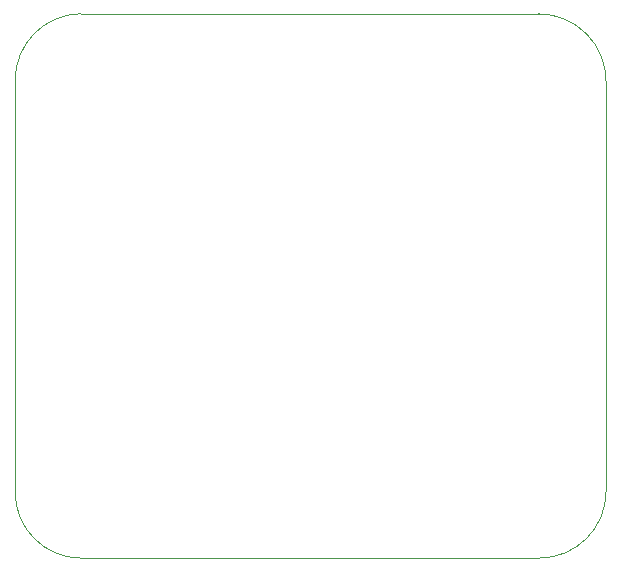
<source format=gbr>
G04 #@! TF.GenerationSoftware,KiCad,Pcbnew,(5.1.5)-3*
G04 #@! TF.CreationDate,2020-08-02T02:59:21-04:00*
G04 #@! TF.ProjectId,STM32F4,53544d33-3246-4342-9e6b-696361645f70,rev?*
G04 #@! TF.SameCoordinates,Original*
G04 #@! TF.FileFunction,Profile,NP*
%FSLAX46Y46*%
G04 Gerber Fmt 4.6, Leading zero omitted, Abs format (unit mm)*
G04 Created by KiCad (PCBNEW (5.1.5)-3) date 2020-08-02 02:59:21*
%MOMM*%
%LPD*%
G04 APERTURE LIST*
%ADD10C,0.050000*%
G04 APERTURE END LIST*
D10*
X107188000Y-101536500D02*
G75*
G02X101536500Y-107188000I-5651500J0D01*
G01*
X62738000Y-107188000D02*
G75*
G02X57150000Y-101600000I0J5588000D01*
G01*
X57149951Y-66802000D02*
G75*
G02X62738001Y-61091632I5651549J58869D01*
G01*
X101472999Y-61112400D02*
G75*
G02X107187999Y-66891251I1J-5715352D01*
G01*
X57150000Y-101600000D02*
X57149951Y-66802000D01*
X101536500Y-107188000D02*
X62738000Y-107188000D01*
X107187999Y-66891251D02*
X107188000Y-101536500D01*
X62738001Y-61091632D02*
X101472999Y-61112400D01*
M02*

</source>
